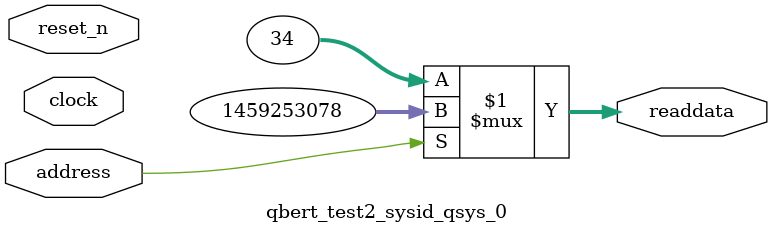
<source format=v>

`timescale 1ns / 1ps
// synthesis translate_on

// turn off superfluous verilog processor warnings 
// altera message_level Level1 
// altera message_off 10034 10035 10036 10037 10230 10240 10030 

module qbert_test2_sysid_qsys_0 (
               // inputs:
                address,
                clock,
                reset_n,

               // outputs:
                readdata
             )
;

  output  [ 31: 0] readdata;
  input            address;
  input            clock;
  input            reset_n;

  wire    [ 31: 0] readdata;
  //control_slave, which is an e_avalon_slave
  assign readdata = address ? 1459253078 : 34;

endmodule




</source>
